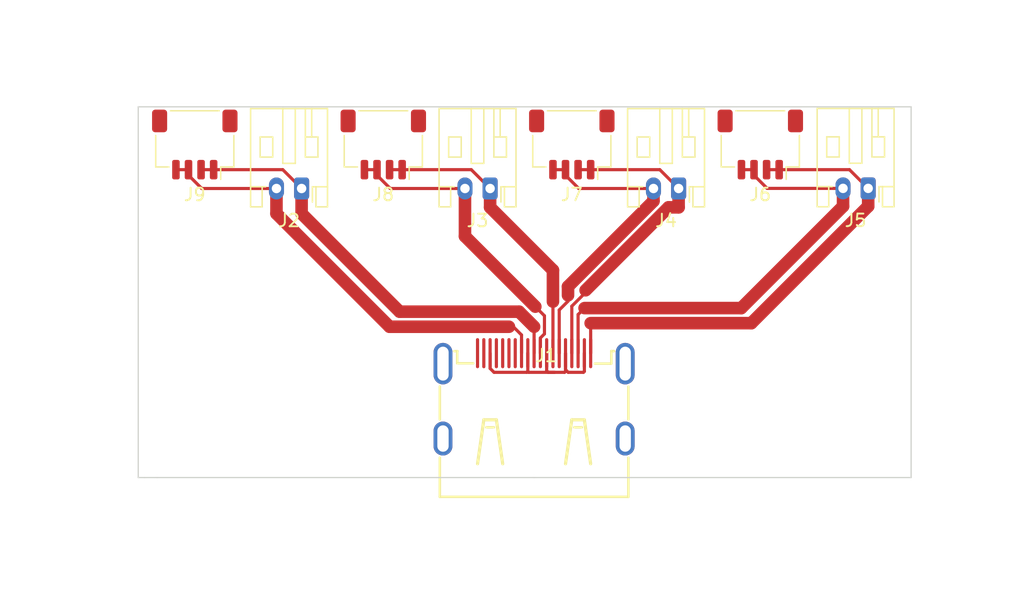
<source format=kicad_pcb>
(kicad_pcb (version 20211014) (generator pcbnew)
  (layers (0 "F.Cu" signal) (31 "B.Cu" signal) (34 "B.Paste" user) (35 "F.Paste" user) (36 "B.SilkS" user "B.Silkscreen") (37 "F.SilkS" user "F.Silkscreen") (38 "B.Mask" user) (39 "F.Mask" user) (44 "Edge.Cuts" user))
  (net 0 "")
  (net 1 "Net-(J1-Pad1)")
  (net 2 "GND")
  (net 3 "Net-(J1-Pad3)")
  (net 4 "Net-(J1-Pad4)")
  (net 5 "Net-(J1-Pad6)")
  (net 6 "Net-(J1-Pad7)")
  (net 7 "Net-(J1-Pad9)")
  (net 8 "Net-(J1-Pad10)")
  (net 9 "Net-(J1-Pad12)")
  (footprint "Connector_JST:JST_SH_SM04B-SRSS-TB_1x04-1MP_P1.00mm_Horizontal" (layer "F.Cu") (at -27 -20 180)
    (fp_text reference "J9" (at 0 -3.98) (layer "F.SilkS"))
    (fp_text value "Conn_01x04")
    (fp_line (start 3.11 0.715) (end 3.11 -1.785) (layer "F.SilkS") (width 0.12))
    (fp_line (start -2.06 -1.785) (end -2.06 -2.775) (layer "F.SilkS") (width 0.12))
    (fp_line (start -3.11 -1.785) (end -2.06 -1.785) (layer "F.SilkS") (width 0.12))
    (fp_line (start 3.11 -1.785) (end 2.06 -1.785) (layer "F.SilkS") (width 0.12))
    (fp_line (start -3.11 0.715) (end -3.11 -1.785) (layer "F.SilkS") (width 0.12))
    (fp_line (start -1.94 2.685) (end 1.94 2.685) (layer "F.SilkS") (width 0.12))
    (pad "1" smd roundrect (at -1.5 -2 180) (size 0.6 1.55) (layers "F.Cu" "F.Paste" "F.Mask") (net 8 "Net-(J1-Pad10)"))
    (pad "2" smd roundrect (at -0.5 -2 180) (size 0.6 1.55) (layers "F.Cu" "F.Paste" "F.Mask") (net 8 "Net-(J1-Pad10)"))
    (pad "3" smd roundrect (at 0.5 -2 180) (size 0.6 1.55) (layers "F.Cu" "F.Paste" "F.Mask") (net 9 "Net-(J1-Pad12)"))
    (pad "4" smd roundrect (at 1.5 -2 180) (size 0.6 1.55) (layers "F.Cu" "F.Paste" "F.Mask") (net 9 "Net-(J1-Pad12)"))
    (pad "MP" smd roundrect (at 2.8 1.875 180) (size 1.2 1.8) (layers "F.Cu" "F.Paste" "F.Mask") (roundrect_rratio 0.2083333333))
    (pad "MP" smd roundrect (at -2.8 1.875 180) (size 1.2 1.8) (layers "F.Cu" "F.Paste" "F.Mask") (roundrect_rratio 0.2083333333))
  )
  (footprint "Connector_JST:JST_PH_S2B-PH-K_1x02_P2.00mm_Horizontal" (layer "F.Cu") (at -18.5 -16.5 180)
    (fp_text reference "J2" (at 1 -2.55) (layer "F.SilkS"))
    (fp_text value "Conn_01x02")
    (fp_line (start -1.14 -1.46) (end -2.06 -1.46) (layer "F.SilkS") (width 0.12))
    (fp_line (start 1.5 2) (end 1.5 6.36) (layer "F.SilkS") (width 0.12))
    (fp_line (start 3.14 0.14) (end 2.86 0.14) (layer "F.SilkS") (width 0.12))
    (fp_line (start -1.3 2.5) (end -1.3 4.1) (layer "F.SilkS") (width 0.12))
    (fp_line (start 4.06 0.14) (end 3.14 0.14) (layer "F.SilkS") (width 0.12))
    (fp_line (start -0.86 0.14) (end -1.14 0.14) (layer "F.SilkS") (width 0.12))
    (fp_line (start 0.5 2) (end 1.5 2) (layer "F.SilkS") (width 0.12))
    (fp_line (start -0.3 2.5) (end -1.3 2.5) (layer "F.SilkS") (width 0.12))
    (fp_line (start -2.06 0.14) (end -1.14 0.14) (layer "F.SilkS") (width 0.12))
    (fp_line (start -1.14 0.14) (end -1.14 -1.46) (layer "F.SilkS") (width 0.12))
    (fp_line (start -0.3 4.1) (end -0.3 2.5) (layer "F.SilkS") (width 0.12))
    (fp_line (start -2.06 -1.46) (end -2.06 6.36) (layer "F.SilkS") (width 0.12))
    (fp_line (start 2.3 2.5) (end 3.3 2.5) (layer "F.SilkS") (width 0.12))
    (fp_line (start 3.3 4.1) (end 2.3 4.1) (layer "F.SilkS") (width 0.12))
    (fp_line (start -1.3 4.1) (end -0.3 4.1) (layer "F.SilkS") (width 0.12))
    (fp_line (start -0.86 0.14) (end -0.86 -1.075) (layer "F.SilkS") (width 0.12))
    (fp_line (start -0.8 4.1) (end -0.8 6.36) (layer "F.SilkS") (width 0.12))
    (fp_line (start 3.14 -1.46) (end 3.14 0.14) (layer "F.SilkS") (width 0.12))
    (fp_line (start 4.06 -1.46) (end 3.14 -1.46) (layer "F.SilkS") (width 0.12))
    (fp_line (start 3.3 2.5) (end 3.3 4.1) (layer "F.SilkS") (width 0.12))
    (fp_line (start -2.06 6.36) (end 4.06 6.36) (layer "F.SilkS") (width 0.12))
    (fp_line (start -0.3 4.1) (end -0.3 6.36) (layer "F.SilkS") (width 0.12))
    (fp_line (start 0.5 6.36) (end 0.5 2) (layer "F.SilkS") (width 0.12))
    (fp_line (start 2.3 4.1) (end 2.3 2.5) (layer "F.SilkS") (width 0.12))
    (fp_line (start 4.06 6.36) (end 4.06 -1.46) (layer "F.SilkS") (width 0.12))
    (pad "1" thru_hole roundrect (at 0 0 180) (size 1.2 1.75) (drill 0.75) (layers *.Cu *.Mask) (roundrect_rratio 0.2083333333) (net 8 "Net-(J1-Pad10)"))
    (pad "2" thru_hole oval (at 2 0 180) (size 1.2 1.75) (drill 0.75) (layers *.Cu *.Mask) (net 9 "Net-(J1-Pad12)"))
  )
  (footprint "Connector_JST:JST_PH_S2B-PH-K_1x02_P2.00mm_Horizontal" (layer "F.Cu") (at 26.584 -16.509 180)
    (fp_text reference "J5" (at 1 -2.55) (layer "F.SilkS"))
    (fp_text value "Conn_01x02")
    (fp_line (start -1.3 4.1) (end -0.3 4.1) (layer "F.SilkS") (width 0.12))
    (fp_line (start 4.06 0.14) (end 3.14 0.14) (layer "F.SilkS") (width 0.12))
    (fp_line (start 4.06 6.36) (end 4.06 -1.46) (layer "F.SilkS") (width 0.12))
    (fp_line (start -0.86 0.14) (end -1.14 0.14) (layer "F.SilkS") (width 0.12))
    (fp_line (start -1.3 2.5) (end -1.3 4.1) (layer "F.SilkS") (width 0.12))
    (fp_line (start 2.3 4.1) (end 2.3 2.5) (layer "F.SilkS") (width 0.12))
    (fp_line (start 3.14 -1.46) (end 3.14 0.14) (layer "F.SilkS") (width 0.12))
    (fp_line (start 0.5 2) (end 1.5 2) (layer "F.SilkS") (width 0.12))
    (fp_line (start 4.06 -1.46) (end 3.14 -1.46) (layer "F.SilkS") (width 0.12))
    (fp_line (start -0.3 2.5) (end -1.3 2.5) (layer "F.SilkS") (width 0.12))
    (fp_line (start 3.3 4.1) (end 2.3 4.1) (layer "F.SilkS") (width 0.12))
    (fp_line (start -1.14 0.14) (end -1.14 -1.46) (layer "F.SilkS") (width 0.12))
    (fp_line (start -0.86 0.14) (end -0.86 -1.075) (layer "F.SilkS") (width 0.12))
    (fp_line (start -0.3 4.1) (end -0.3 2.5) (layer "F.SilkS") (width 0.12))
    (fp_line (start 3.14 0.14) (end 2.86 0.14) (layer "F.SilkS") (width 0.12))
    (fp_line (start 2.3 2.5) (end 3.3 2.5) (layer "F.SilkS") (width 0.12))
    (fp_line (start -2.06 6.36) (end 4.06 6.36) (layer "F.SilkS") (width 0.12))
    (fp_line (start -2.06 0.14) (end -1.14 0.14) (layer "F.SilkS") (width 0.12))
    (fp_line (start 1.5 2) (end 1.5 6.36) (layer "F.SilkS") (width 0.12))
    (fp_line (start -2.06 -1.46) (end -2.06 6.36) (layer "F.SilkS") (width 0.12))
    (fp_line (start -0.3 4.1) (end -0.3 6.36) (layer "F.SilkS") (width 0.12))
    (fp_line (start -1.14 -1.46) (end -2.06 -1.46) (layer "F.SilkS") (width 0.12))
    (fp_line (start 0.5 6.36) (end 0.5 2) (layer "F.SilkS") (width 0.12))
    (fp_line (start -0.8 4.1) (end -0.8 6.36) (layer "F.SilkS") (width 0.12))
    (fp_line (start 3.3 2.5) (end 3.3 4.1) (layer "F.SilkS") (width 0.12))
    (pad "1" thru_hole roundrect (at 0 0 180) (size 1.2 1.75) (drill 0.75) (layers *.Cu *.Mask) (roundrect_rratio 0.2083333333) (net 1 "Net-(J1-Pad1)"))
    (pad "2" thru_hole oval (at 2 0 180) (size 1.2 1.75) (drill 0.75) (layers *.Cu *.Mask) (net 3 "Net-(J1-Pad3)"))
  )
  (footprint "Connector_JST:JST_PH_S2B-PH-K_1x02_P2.00mm_Horizontal" (layer "F.Cu") (at 11.5 -16.5 180)
    (fp_text reference "J4" (at 1 -2.55) (layer "F.SilkS"))
    (fp_text value "Conn_01x02")
    (fp_line (start 1.5 2) (end 1.5 6.36) (layer "F.SilkS") (width 0.12))
    (fp_line (start -0.3 4.1) (end -0.3 2.5) (layer "F.SilkS") (width 0.12))
    (fp_line (start 3.14 0.14) (end 2.86 0.14) (layer "F.SilkS") (width 0.12))
    (fp_line (start -2.06 -1.46) (end -2.06 6.36) (layer "F.SilkS") (width 0.12))
    (fp_line (start 2.3 2.5) (end 3.3 2.5) (layer "F.SilkS") (width 0.12))
    (fp_line (start -2.06 6.36) (end 4.06 6.36) (layer "F.SilkS") (width 0.12))
    (fp_line (start -0.8 4.1) (end -0.8 6.36) (layer "F.SilkS") (width 0.12))
    (fp_line (start -0.86 0.14) (end -1.14 0.14) (layer "F.SilkS") (width 0.12))
    (fp_line (start 4.06 0.14) (end 3.14 0.14) (layer "F.SilkS") (width 0.12))
    (fp_line (start -0.3 2.5) (end -1.3 2.5) (layer "F.SilkS") (width 0.12))
    (fp_line (start -1.3 2.5) (end -1.3 4.1) (layer "F.SilkS") (width 0.12))
    (fp_line (start -1.3 4.1) (end -0.3 4.1) (layer "F.SilkS") (width 0.12))
    (fp_line (start 0.5 2) (end 1.5 2) (layer "F.SilkS") (width 0.12))
    (fp_line (start 2.3 4.1) (end 2.3 2.5) (layer "F.SilkS") (width 0.12))
    (fp_line (start -0.86 0.14) (end -0.86 -1.075) (layer "F.SilkS") (width 0.12))
    (fp_line (start 4.06 6.36) (end 4.06 -1.46) (layer "F.SilkS") (width 0.12))
    (fp_line (start 3.3 2.5) (end 3.3 4.1) (layer "F.SilkS") (width 0.12))
    (fp_line (start 3.3 4.1) (end 2.3 4.1) (layer "F.SilkS") (width 0.12))
    (fp_line (start 0.5 6.36) (end 0.5 2) (layer "F.SilkS") (width 0.12))
    (fp_line (start -0.3 4.1) (end -0.3 6.36) (layer "F.SilkS") (width 0.12))
    (fp_line (start -2.06 0.14) (end -1.14 0.14) (layer "F.SilkS") (width 0.12))
    (fp_line (start -1.14 0.14) (end -1.14 -1.46) (layer "F.SilkS") (width 0.12))
    (fp_line (start 4.06 -1.46) (end 3.14 -1.46) (layer "F.SilkS") (width 0.12))
    (fp_line (start 3.14 -1.46) (end 3.14 0.14) (layer "F.SilkS") (width 0.12))
    (fp_line (start -1.14 -1.46) (end -2.06 -1.46) (layer "F.SilkS") (width 0.12))
    (pad "1" thru_hole roundrect (at 0 0 180) (size 1.2 1.75) (drill 0.75) (layers *.Cu *.Mask) (roundrect_rratio 0.2083333333) (net 4 "Net-(J1-Pad4)"))
    (pad "2" thru_hole oval (at 2 0 180) (size 1.2 1.75) (drill 0.75) (layers *.Cu *.Mask) (net 5 "Net-(J1-Pad6)"))
  )
  (footprint "Connector_JST:JST_SH_SM04B-SRSS-TB_1x04-1MP_P1.00mm_Horizontal" (layer "F.Cu") (at 18 -20 180)
    (fp_text reference "J6" (at 0 -3.98) (layer "F.SilkS"))
    (fp_text value "Conn_01x04")
    (fp_line (start -1.94 2.685) (end 1.94 2.685) (layer "F.SilkS") (width 0.12))
    (fp_line (start -3.11 -1.785) (end -2.06 -1.785) (layer "F.SilkS") (width 0.12))
    (fp_line (start -2.06 -1.785) (end -2.06 -2.775) (layer "F.SilkS") (width 0.12))
    (fp_line (start 3.11 0.715) (end 3.11 -1.785) (layer "F.SilkS") (width 0.12))
    (fp_line (start -3.11 0.715) (end -3.11 -1.785) (layer "F.SilkS") (width 0.12))
    (fp_line (start 3.11 -1.785) (end 2.06 -1.785) (layer "F.SilkS") (width 0.12))
    (pad "1" smd roundrect (at -1.5 -2 180) (size 0.6 1.55) (layers "F.Cu" "F.Paste" "F.Mask") (net 1 "Net-(J1-Pad1)"))
    (pad "2" smd roundrect (at -0.5 -2 180) (size 0.6 1.55) (layers "F.Cu" "F.Paste" "F.Mask") (net 1 "Net-(J1-Pad1)"))
    (pad "3" smd roundrect (at 0.5 -2 180) (size 0.6 1.55) (layers "F.Cu" "F.Paste" "F.Mask") (net 3 "Net-(J1-Pad3)"))
    (pad "4" smd roundrect (at 1.5 -2 180) (size 0.6 1.55) (layers "F.Cu" "F.Paste" "F.Mask") (net 3 "Net-(J1-Pad3)"))
    (pad "MP" smd roundrect (at 2.8 1.875 180) (size 1.2 1.8) (layers "F.Cu" "F.Paste" "F.Mask") (roundrect_rratio 0.2083333333))
    (pad "MP" smd roundrect (at -2.8 1.875 180) (size 1.2 1.8) (layers "F.Cu" "F.Paste" "F.Mask") (roundrect_rratio 0.2083333333))
  )
  (footprint "Connector_JST:JST_PH_S2B-PH-K_1x02_P2.00mm_Horizontal" (layer "F.Cu") (at -3.5 -16.5 180)
    (fp_text reference "J3" (at 1 -2.55) (layer "F.SilkS"))
    (fp_text value "Conn_01x02")
    (fp_line (start -0.8 4.1) (end -0.8 6.36) (layer "F.SilkS") (width 0.12))
    (fp_line (start -1.3 4.1) (end -0.3 4.1) (layer "F.SilkS") (width 0.12))
    (fp_line (start 2.3 4.1) (end 2.3 2.5) (layer "F.SilkS") (width 0.12))
    (fp_line (start -1.14 0.14) (end -1.14 -1.46) (layer "F.SilkS") (width 0.12))
    (fp_line (start 3.3 4.1) (end 2.3 4.1) (layer "F.SilkS") (width 0.12))
    (fp_line (start 1.5 2) (end 1.5 6.36) (layer "F.SilkS") (width 0.12))
    (fp_line (start 2.3 2.5) (end 3.3 2.5) (layer "F.SilkS") (width 0.12))
    (fp_line (start -2.06 -1.46) (end -2.06 6.36) (layer "F.SilkS") (width 0.12))
    (fp_line (start -2.06 6.36) (end 4.06 6.36) (layer "F.SilkS") (width 0.12))
    (fp_line (start 4.06 6.36) (end 4.06 -1.46) (layer "F.SilkS") (width 0.12))
    (fp_line (start 3.14 0.14) (end 2.86 0.14) (layer "F.SilkS") (width 0.12))
    (fp_line (start -0.3 4.1) (end -0.3 6.36) (layer "F.SilkS") (width 0.12))
    (fp_line (start -1.3 2.5) (end -1.3 4.1) (layer "F.SilkS") (width 0.12))
    (fp_line (start -0.3 4.1) (end -0.3 2.5) (layer "F.SilkS") (width 0.12))
    (fp_line (start -0.86 0.14) (end -1.14 0.14) (layer "F.SilkS") (width 0.12))
    (fp_line (start -0.3 2.5) (end -1.3 2.5) (layer "F.SilkS") (width 0.12))
    (fp_line (start 4.06 0.14) (end 3.14 0.14) (layer "F.SilkS") (width 0.12))
    (fp_line (start -2.06 0.14) (end -1.14 0.14) (layer "F.SilkS") (width 0.12))
    (fp_line (start 0.5 6.36) (end 0.5 2) (layer "F.SilkS") (width 0.12))
    (fp_line (start 3.3 2.5) (end 3.3 4.1) (layer "F.SilkS") (width 0.12))
    (fp_line (start 3.14 -1.46) (end 3.14 0.14) (layer "F.SilkS") (width 0.12))
    (fp_line (start 0.5 2) (end 1.5 2) (layer "F.SilkS") (width 0.12))
    (fp_line (start -1.14 -1.46) (end -2.06 -1.46) (layer "F.SilkS") (width 0.12))
    (fp_line (start -0.86 0.14) (end -0.86 -1.075) (layer "F.SilkS") (width 0.12))
    (fp_line (start 4.06 -1.46) (end 3.14 -1.46) (layer "F.SilkS") (width 0.12))
    (pad "1" thru_hole roundrect (at 0 0 180) (size 1.2 1.75) (drill 0.75) (layers *.Cu *.Mask) (roundrect_rratio 0.2083333333) (net 6 "Net-(J1-Pad7)"))
    (pad "2" thru_hole oval (at 2 0 180) (size 1.2 1.75) (drill 0.75) (layers *.Cu *.Mask) (net 7 "Net-(J1-Pad9)"))
  )
  (footprint "Connector_JST:JST_SH_SM04B-SRSS-TB_1x04-1MP_P1.00mm_Horizontal" (layer "F.Cu") (at -12 -20 180)
    (fp_text reference "J8" (at 0 -3.98) (layer "F.SilkS"))
    (fp_text value "Conn_01x04")
    (fp_line (start 3.11 0.715) (end 3.11 -1.785) (layer "F.SilkS") (width 0.12))
    (fp_line (start -1.94 2.685) (end 1.94 2.685) (layer "F.SilkS") (width 0.12))
    (fp_line (start -3.11 0.715) (end -3.11 -1.785) (layer "F.SilkS") (width 0.12))
    (fp_line (start 3.11 -1.785) (end 2.06 -1.785) (layer "F.SilkS") (width 0.12))
    (fp_line (start -2.06 -1.785) (end -2.06 -2.775) (layer "F.SilkS") (width 0.12))
    (fp_line (start -3.11 -1.785) (end -2.06 -1.785) (layer "F.SilkS") (width 0.12))
    (pad "1" smd roundrect (at -1.5 -2 180) (size 0.6 1.55) (layers "F.Cu" "F.Paste" "F.Mask") (net 6 "Net-(J1-Pad7)"))
    (pad "2" smd roundrect (at -0.5 -2 180) (size 0.6 1.55) (layers "F.Cu" "F.Paste" "F.Mask") (net 6 "Net-(J1-Pad7)"))
    (pad "3" smd roundrect (at 0.5 -2 180) (size 0.6 1.55) (layers "F.Cu" "F.Paste" "F.Mask") (net 7 "Net-(J1-Pad9)"))
    (pad "4" smd roundrect (at 1.5 -2 180) (size 0.6 1.55) (layers "F.Cu" "F.Paste" "F.Mask") (net 7 "Net-(J1-Pad9)"))
    (pad "MP" smd roundrect (at 2.8 1.875 180) (size 1.2 1.8) (layers "F.Cu" "F.Paste" "F.Mask") (roundrect_rratio 0.2083333333))
    (pad "MP" smd roundrect (at -2.8 1.875 180) (size 1.2 1.8) (layers "F.Cu" "F.Paste" "F.Mask") (roundrect_rratio 0.2083333333))
  )
  (footprint "Connector_JST:JST_SH_SM04B-SRSS-TB_1x04-1MP_P1.00mm_Horizontal" (layer "F.Cu") (at 3 -20 180)
    (fp_text reference "J7" (at 0 -3.98) (layer "F.SilkS"))
    (fp_text value "Conn_01x04")
    (fp_line (start 3.11 -1.785) (end 2.06 -1.785) (layer "F.SilkS") (width 0.12))
    (fp_line (start -3.11 0.715) (end -3.11 -1.785) (layer "F.SilkS") (width 0.12))
    (fp_line (start -3.11 -1.785) (end -2.06 -1.785) (layer "F.SilkS") (width 0.12))
    (fp_line (start -2.06 -1.785) (end -2.06 -2.775) (layer "F.SilkS") (width 0.12))
    (fp_line (start 3.11 0.715) (end 3.11 -1.785) (layer "F.SilkS") (width 0.12))
    (fp_line (start -1.94 2.685) (end 1.94 2.685) (layer "F.SilkS") (width 0.12))
    (pad "1" smd roundrect (at -1.5 -2 180) (size 0.6 1.55) (layers "F.Cu" "F.Paste" "F.Mask") (net 4 "Net-(J1-Pad4)"))
    (pad "2" smd roundrect (at -0.5 -2 180) (size 0.6 1.55) (layers "F.Cu" "F.Paste" "F.Mask") (net 4 "Net-(J1-Pad4)"))
    (pad "3" smd roundrect (at 0.5 -2 180) (size 0.6 1.55) (layers "F.Cu" "F.Paste" "F.Mask") (net 5 "Net-(J1-Pad6)"))
    (pad "4" smd roundrect (at 1.5 -2 180) (size 0.6 1.55) (layers "F.Cu" "F.Paste" "F.Mask") (net 5 "Net-(J1-Pad6)"))
    (pad "MP" smd roundrect (at 2.8 1.875 180) (size 1.2 1.8) (layers "F.Cu" "F.Paste" "F.Mask") (roundrect_rratio 0.2083333333))
    (pad "MP" smd roundrect (at -2.8 1.875 180) (size 1.2 1.8) (layers "F.Cu" "F.Paste" "F.Mask") (roundrect_rratio 0.2083333333))
  )
  (footprint "0_21Pin_FootprintLib:HDMI-SMD_HDMI-019S" (layer "F.Cu") (at 0 0)
    (fp_text reference "J1" (at 0 -3.207) (layer "F.SilkS") (effects (justify left)))
    (fp_text value "HDMI_A")
    (fp_line (start 4 1.904) (end 4.5 5.404) (layer "F.SilkS") (width 0.254))
    (fp_line (start 6.145 -2.575) (end 6.145 -3.563) (layer "F.SilkS") (width 0.2))
    (fp_line (start 6.352 -3.563) (end 6.352 -3.556) (layer "F.SilkS") (width 0.2))
    (fp_line (start -6.107 -3.545) (end -6.12 -3.545) (layer "F.SilkS") (width 0.2))
    (fp_line (start 7.5 1.876) (end 7.5 -0.743) (layer "F.SilkS") (width 0.2))
    (fp_line (start -6.35 -3.557) (end -6.107 -3.557) (layer "F.SilkS") (width 0.2))
    (fp_line (start 4.83 -2.565) (end 6.08 -2.565) (layer "F.SilkS") (width 0.2))
    (fp_line (start -3.2 2.504) (end -3.8 2.504) (layer "F.SilkS") (width 0.2))
    (fp_line (start 6.08 -2.565) (end 6.08 -2.575) (layer "F.SilkS") (width 0.2))
    (fp_line (start -7.5 1.875) (end -7.5 -0.743) (layer "F.SilkS") (width 0.2))
    (fp_line (start -6.107 -3.557) (end -6.107 -3.545) (layer "F.SilkS") (width 0.2))
    (fp_line (start -6.12 -2.592) (end -4.837 -2.592) (layer "F.SilkS") (width 0.2))
    (fp_line (start 7.5 8.036) (end 7.5 4.917) (layer "F.SilkS") (width 0.2))
    (fp_line (start 6.145 -3.563) (end 6.352 -3.563) (layer "F.SilkS") (width 0.2))
    (fp_line (start 3.2 2.504) (end 3.8 2.504) (layer "F.SilkS") (width 0.2))
    (fp_line (start -3 1.904) (end -4 1.904) (layer "F.SilkS") (width 0.254))
    (fp_line (start -6.12 -3.545) (end -6.12 -2.592) (layer "F.SilkS") (width 0.2))
    (fp_line (start 2.5 5.404) (end 3 1.904) (layer "F.SilkS") (width 0.254))
    (fp_line (start -7.5 8.036) (end -7.5 4.917) (layer "F.SilkS") (width 0.2))
    (fp_line (start 6.08 -2.575) (end 6.145 -2.575) (layer "F.SilkS") (width 0.2))
    (fp_line (start -2.5 5.404) (end -3 1.904) (layer "F.SilkS") (width 0.254))
    (fp_line (start -7.5 8.036) (end 7.5 8.036) (layer "F.SilkS") (width 0.2))
    (fp_line (start 3 1.904) (end 4 1.904) (layer "F.SilkS") (width 0.254))
    (fp_line (start -4 1.904) (end -4.5 5.404) (layer "F.SilkS") (width 0.254))
    (pad "1" smd oval (at 4.501 -3.396) (size 0.25 2.4) (layers "F.Cu" "F.Paste" "F.Mask") (net 1 "Net-(J1-Pad1)"))
    (pad "2" smd oval (at 4.001 -3.396) (size 0.25 2.4) (layers "F.Cu" "F.Paste" "F.Mask") (net 2 "GND"))
    (pad "3" smd oval (at 3.501 -3.396) (size 0.25 2.4) (layers "F.Cu" "F.Paste" "F.Mask") (net 3 "Net-(J1-Pad3)"))
    (pad "4" smd oval (at 3.001 -3.396) (size 0.25 2.4) (layers "F.Cu" "F.Paste" "F.Mask") (net 4 "Net-(J1-Pad4)"))
    (pad "5" smd oval (at 2.5 -3.396) (size 0.25 2.4) (layers "F.Cu" "F.Paste" "F.Mask") (net 2 "GND"))
    (pad "6" smd oval (at 2 -3.396) (size 0.25 2.4) (layers "F.Cu" "F.Paste" "F.Mask") (net 5 "Net-(J1-Pad6)"))
    (pad "7" smd oval (at 1.5 -3.396) (size 0.25 2.4) (layers "F.Cu" "F.Paste" "F.Mask") (net 6 "Net-(J1-Pad7)"))
    (pad "8" smd oval (at 1 -3.396) (size 0.25 2.4) (layers "F.Cu" "F.Paste" "F.Mask") (net 2 "GND"))
    (pad "9" smd oval (at 0.5 -3.396) (size 0.25 2.4) (layers "F.Cu" "F.Paste" "F.Mask") (net 7 "Net-(J1-Pad9)"))
    (pad "10" smd oval (at 0 -3.396) (size 0.25 2.4) (layers "F.Cu" "F.Paste" "F.Mask") (net 8 "Net-(J1-Pad10)"))
    (pad "11" smd oval (at -0.5 -3.396) (size 0.25 2.4) (layers "F.Cu" "F.Paste" "F.Mask") (net 2 "GND"))
    (pad "12" smd oval (at -1 -3.396) (size 0.25 2.4) (layers "F.Cu" "F.Paste" "F.Mask") (net 9 "Net-(J1-Pad12)"))
    (pad "13" smd oval (at -1.5 -3.396) (size 0.25 2.4) (layers "F.Cu" "F.Paste" "F.Mask"))
    (pad "14" smd oval (at -2 -3.396) (size 0.25 2.4) (layers "F.Cu" "F.Paste" "F.Mask"))
    (pad "15" smd oval (at -2.5 -3.396) (size 0.25 2.4) (layers "F.Cu" "F.Paste" "F.Mask"))
    (pad "16" smd oval (at -3.001 -3.396) (size 0.25 2.4) (layers "F.Cu" "F.Paste" "F.Mask"))
    (pad "17" smd oval (at -3.501 -3.396) (size 0.25 2.4) (layers "F.Cu" "F.Paste" "F.Mask") (net 2 "GND"))
    (pad "18" smd oval (at -4.001 -3.396) (size 0.25 2.4) (layers "F.Cu" "F.Paste" "F.Mask"))
    (pad "19" smd oval (at -4.501 -3.396) (size 0.25 2.4) (layers "F.Cu" "F.Paste" "F.Mask"))
    (pad "20" thru_hole oval (at 7.25 3.396) (size 1.5 2.7) (drill oval 0.9 2.1) (layers *.Cu *.Mask))
    (pad "21" thru_hole oval (at -7.25 3.396) (size 1.5 2.7) (drill oval 0.9 2.1) (layers *.Cu *.Mask))
    (pad "22" thru_hole oval (at 7.25 -2.564) (size 1.5 3.3) (drill oval 0.9 2.7) (layers *.Cu *.Mask))
    (pad "23" thru_hole oval (at -7.25 -2.564) (size 1.5 3.3) (drill oval 0.9 2.7) (layers *.Cu *.Mask))
  )
  (gr_line (start -30 6.5) (end -31 6.5) (layer "Edge.Cuts") (width 0.1))
  (gr_line (start 30 -23) (end -31.5 -23) (layer "Edge.Cuts") (width 0.1))
  (gr_line (start 30 6.5) (end 30 -23) (layer "Edge.Cuts") (width 0.1))
  (gr_line (start -31.5 -23) (end -31.5 6.5) (layer "Edge.Cuts") (width 0.1))
  (gr_line (start -31.5 6.5) (end -31 6.5) (layer "Edge.Cuts") (width 0.1))
  (gr_line (start 0 6.5) (end -30 6.5) (layer "Edge.Cuts") (width 0.1))
  (gr_line (start 0 6.5) (end 30 6.5) (layer "Edge.Cuts") (width 0.1))
  (segment (start 4.501 -5.783673) (end 4.5 -5.784673) (width 0.25) (layer "F.Cu") (net 1))
  (segment (start 25.093 -18) (end 26.584 -16.509) (width 0.25) (layer "F.Cu") (net 1))
  (segment (start 17.284672 -5.784672) (end 26.584 -15.084) (width 1) (layer "F.Cu") (net 1))
  (segment (start 4.5 -5.784673) (end 17.284672 -5.784672) (width 1) (layer "F.Cu") (net 1))
  (segment (start 19.5 -18) (end 25.093 -18) (width 0.25) (layer "F.Cu") (net 1))
  (segment (start 19.5 -18) (end 18.5 -18) (width 0.25) (layer "F.Cu") (net 1))
  (segment (start 4.501 -3.396) (end 4.501 -5.783673) (width 0.25) (layer "F.Cu") (net 1))
  (segment (start 26.584 -15.084) (end 26.584 -16.509) (width 1) (layer "F.Cu") (net 1))
  (segment (start -3.501 -2.185283) (end -3.501 -3.396) (width 0.25) (layer "F.Cu") (net 2))
  (segment (start -0.5 -1.946) (end -0.57452 -1.87148) (width 0.25) (layer "F.Cu") (net 2))
  (segment (start -0.57452 -1.87148) (end -3.187197 -1.87148) (width 0.25) (layer "F.Cu") (net 2))
  (segment (start 2.5 -1.946) (end 2.42548 -1.87148) (width 0.25) (layer "F.Cu") (net 2))
  (segment (start -0.5 -3.396) (end -0.5 -1.946) (width 0.25) (layer "F.Cu") (net 2))
  (segment (start 1 -2) (end 1 -3.396) (width 0.25) (layer "F.Cu") (net 2))
  (segment (start 3.92648 -1.87148) (end 2.712843 -1.87148) (width 0.25) (layer "F.Cu") (net 2))
  (segment (start 2.5 -2.084323) (end 2.5 -3.396) (width 0.25) (layer "F.Cu") (net 2))
  (segment (start 4.001 -3.396) (end 4.001 -1.946) (width 0.25) (layer "F.Cu") (net 2))
  (segment (start 1.12852 -1.87148) (end 1 -2) (width 0.25) (layer "F.Cu") (net 2))
  (segment (start 2.5 -3.396) (end 2.5 -1.946) (width 0.25) (layer "F.Cu") (net 2))
  (segment (start -0.5 -1.946) (end -0.42548 -1.87148) (width 0.25) (layer "F.Cu") (net 2))
  (segment (start -3.187197 -1.87148) (end -3.501 -2.185283) (width 0.25) (layer "F.Cu") (net 2))
  (segment (start 2.42548 -1.87148) (end 1.12852 -1.87148) (width 0.25) (layer "F.Cu") (net 2))
  (segment (start 2.712843 -1.87148) (end 2.5 -2.084323) (width 0.25) (layer "F.Cu") (net 2))
  (segment (start 4.001 -1.946) (end 3.92648 -1.87148) (width 0.25) (layer "F.Cu") (net 2))
  (segment (start -0.42548 -1.87148) (end 1.62852 -1.87148) (width 0.25) (layer "F.Cu") (net 2))
  (segment (start 3.501 -6.469386) (end 4.015807 -6.984193) (width 0.25) (layer "F.Cu") (net 3))
  (segment (start 3.501 -3.396) (end 3.501 -6.469386) (width 0.25) (layer "F.Cu") (net 3))
  (segment (start 17.5 -17.553928) (end 18.544928 -16.509) (width 0.25) (layer "F.Cu") (net 3))
  (segment (start 18.544928 -16.509) (end 24.584 -16.509) (width 0.25) (layer "F.Cu") (net 3))
  (segment (start 24.584 -16.509) (end 24.584 -15.084) (width 1) (layer "F.Cu") (net 3))
  (segment (start 24.584 -15.084) (end 16.484192 -6.984192) (width 1) (layer "F.Cu") (net 3))
  (segment (start 17.5 -18) (end 17.5 -17.553928) (width 0.25) (layer "F.Cu") (net 3))
  (segment (start 16.5 -18) (end 17.5 -18) (width 0.25) (layer "F.Cu") (net 3))
  (segment (start 16.484192 -6.984192) (end 4.015807 -6.984193) (width 1) (layer "F.Cu") (net 3))
  (segment (start 11.5 -15) (end 10.696378 -15) (width 1) (layer "F.Cu") (net 4))
  (segment (start 4.5 -18) (end 3.5 -18) (width 0.25) (layer "F.Cu") (net 4))
  (segment (start 3.001 -7.135433) (end 4.098189 -8.232622) (width 0.25) (layer "F.Cu") (net 4))
  (segment (start 4.5 -18) (end 10 -18) (width 0.25) (layer "F.Cu") (net 4))
  (segment (start 3.001 -3.396) (end 3.001 -7.135433) (width 0.25) (layer "F.Cu") (net 4))
  (segment (start 4.098189 -8.232622) (end 4.098189 -8.401811) (width 0.25) (layer "F.Cu") (net 4))
  (segment (start 11.5 -16.5) (end 11.5 -15) (width 1) (layer "F.Cu") (net 4))
  (segment (start 10 -18) (end 11.5 -16.5) (width 0.25) (layer "F.Cu") (net 4))
  (segment (start 10.696378 -15) (end 4.098189 -8.401811) (width 1) (layer "F.Cu") (net 4))
  (segment (start 2.5 -17.553928) (end 3.553928 -16.5) (width 0.25) (layer "F.Cu") (net 5))
  (segment (start 2 -6.833953) (end 2.69952 -7.533473) (width 0.25) (layer "F.Cu") (net 5))
  (segment (start 9.5 -16.5) (end 9.5 -15.5) (width 1) (layer "F.Cu") (net 5))
  (segment (start 2.69952 -7.533473) (end 2.69952 -8) (width 0.25) (layer "F.Cu") (net 5))
  (segment (start 9.5 -15.5) (end 2.69952 -8.69952) (width 1) (layer "F.Cu") (net 5))
  (segment (start 2.69952 -8.69952) (end 2.69952 -8) (width 1) (layer "F.Cu") (net 5))
  (segment (start 2.5 -18) (end 2.5 -17.553928) (width 0.25) (layer "F.Cu") (net 5))
  (segment (start 2.5 -18) (end 1.5 -18) (width 0.25) (layer "F.Cu") (net 5))
  (segment (start 3.553928 -16.5) (end 9.5 -16.5) (width 0.25) (layer "F.Cu") (net 5))
  (segment (start 2 -3.396) (end 2 -6.833953) (width 0.25) (layer "F.Cu") (net 5))
  (segment (start -3.5 -16.5) (end -3.5 -15) (width 1) (layer "F.Cu") (net 6))
  (segment (start -10.5 -18) (end -5 -18) (width 0.25) (layer "F.Cu") (net 6))
  (segment (start -11.5 -18) (end -10.5 -18) (width 0.25) (layer "F.Cu") (net 6))
  (segment (start 1.5 -10) (end 1.5 -7.5) (width 1) (layer "F.Cu") (net 6))
  (segment (start 1.5 -3.396) (end 1.5 -7.5) (width 0.25) (layer "F.Cu") (net 6))
  (segment (start -5 -18) (end -3.5 -16.5) (width 0.25) (layer "F.Cu") (net 6))
  (segment (start -3.5 -15) (end 1.5 -10) (width 1) (layer "F.Cu") (net 6))
  (segment (start 0.5 -3.396) (end 0.5 -4.606717) (width 0.25) (layer "F.Cu") (net 7))
  (segment (start -5.5 -12.696377) (end 0.098188 -7.098189) (width 1) (layer "F.Cu") (net 7))
  (segment (start -12.5 -18) (end -12.5 -17.553928) (width 0.25) (layer "F.Cu") (net 7))
  (segment (start 0.82452 -4.931237) (end 0.82452 -6.371857) (width 0.25) (layer "F.Cu") (net 7))
  (segment (start -11.446072 -16.5) (end -5.5 -16.5) (width 0.25) (layer "F.Cu") (net 7))
  (segment (start 0.82452 -6.371857) (end 0.098188 -7.098189) (width 0.25) (layer "F.Cu") (net 7))
  (segment (start -12.5 -17.553928) (end -11.446072 -16.5) (width 0.25) (layer "F.Cu") (net 7))
  (segment (start -5.5 -16.5) (end -5.5 -12.696377) (width 1) (layer "F.Cu") (net 7))
  (segment (start 0.5 -4.606717) (end 0.82452 -4.931237) (width 0.25) (layer "F.Cu") (net 7))
  (segment (start -13.5 -18) (end -12.5 -18) (width 0.25) (layer "F.Cu") (net 7))
  (segment (start -20 -18) (end -18.5 -16.5) (width 0.25) (layer "F.Cu") (net 8))
  (segment (start 0 -3.396) (end 0 -5.5) (width 0.25) (layer "F.Cu") (net 8))
  (segment (start -25.5 -18) (end -20 -18) (width 0.25) (layer "F.Cu") (net 8))
  (segment (start -18.5 -14.5) (end -10.69952 -6.69952) (width 1) (layer "F.Cu") (net 8))
  (segment (start -10.69952 -6.69952) (end -1.19952 -6.69952) (width 1) (layer "F.Cu") (net 8))
  (segment (start -1.19952 -6.69952) (end 0 -5.5) (width 1) (layer "F.Cu") (net 8))
  (segment (start -18.5 -16.5) (end -18.5 -14.5) (width 1) (layer "F.Cu") (net 8))
  (segment (start -26.5 -18) (end -25.5 -18) (width 0.25) (layer "F.Cu") (net 8))
  (segment (start -11.5 -5.5) (end -2 -5.5) (width 1) (layer "F.Cu") (net 9))
  (segment (start -27.5 -17.553928) (end -26.446072 -16.5) (width 0.25) (layer "F.Cu") (net 9))
  (segment (start -1 -3.396) (end -1 -4.846) (width 0.25) (layer "F.Cu") (net 9))
  (segment (start -20.5 -14.5) (end -11.5 -5.5) (width 1) (layer "F.Cu") (net 9))
  (segment (start -26.446072 -16.5) (end -20.5 -16.5) (width 0.25) (layer "F.Cu") (net 9))
  (segment (start -1 -4.846) (end -1.654 -5.5) (width 0.25) (layer "F.Cu") (net 9))
  (segment (start -20.5 -16.5) (end -20.5 -14.5) (width 1) (layer "F.Cu") (net 9))
  (segment (start -27.5 -18) (end -27.5 -17.553928) (width 0.25) (layer "F.Cu") (net 9))
  (segment (start -28.5 -18) (end -27.5 -18) (width 0.25) (layer "F.Cu") (net 9))
  (segment (start -1.654 -5.5) (end -2 -5.5) (width 0.25) (layer "F.Cu") (net 9))
)
</source>
